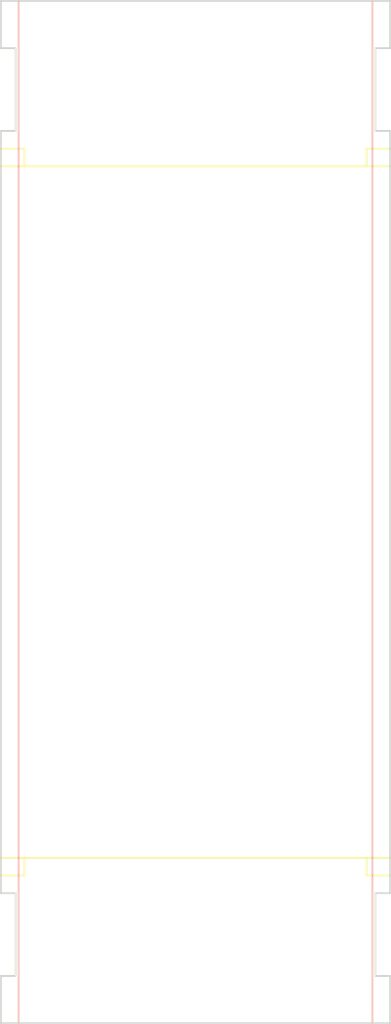
<source format=kicad_pcb>
(kicad_pcb (version 4) (host pcbnew "(2014-07-12 BZR 4289 GOST-COMMITTERS)-product")

  (general
    (links 0)
    (no_connects 0)
    (area 99.924999 49.924999 133.075001 136.575001)
    (thickness 1.6)
    (drawings 33)
    (tracks 0)
    (zones 0)
    (modules 0)
    (nets 1)
  )

  (page A4)
  (layers
    (0 F.Cu signal)
    (31 B.Cu signal)
    (36 B.SilkS user)
    (37 F.SilkS user)
    (38 B.Mask user)
    (39 F.Mask user)
    (40 Dwgs.User user)
    (44 Edge.Cuts user)
  )

  (setup
    (last_trace_width 0.2)
    (trace_clearance 0.2)
    (zone_clearance 0.3)
    (zone_45_only no)
    (trace_min 0.2)
    (segment_width 0.15)
    (edge_width 0.15)
    (via_size 0.9)
    (via_drill 0.4)
    (via_min_size 0.7)
    (via_min_drill 0.3)
    (uvia_size 0.7)
    (uvia_drill 0.3)
    (uvias_allowed no)
    (uvia_min_size 0.508)
    (uvia_min_drill 0.127)
    (pcb_text_width 0.3)
    (pcb_text_size 1.5 1.5)
    (mod_edge_width 0.15)
    (mod_text_size 1.5 1.5)
    (mod_text_width 0.15)
    (pad_size 3.3 3.3)
    (pad_drill 3.3)
    (pad_to_mask_clearance 0.2)
    (aux_axis_origin 133 136.5)
    (grid_origin 100 50)
    (visible_elements 7FFFFF7F)
    (pcbplotparams
      (layerselection 0x010f0_80000001)
      (usegerberextensions true)
      (gerberprecision 5)
      (excludeedgelayer true)
      (linewidth 0.150000)
      (plotframeref false)
      (viasonmask false)
      (mode 1)
      (useauxorigin false)
      (hpglpennumber 1)
      (hpglpenspeed 20)
      (hpglpendiameter 15)
      (hpglpenoverlay 2)
      (psnegative false)
      (psa4output false)
      (plotreference true)
      (plotvalue true)
      (plotinvisibletext false)
      (padsonsilk false)
      (subtractmaskfromsilk false)
      (outputformat 1)
      (mirror false)
      (drillshape 0)
      (scaleselection 1)
      (outputdirectory Gerber/))
  )

  (net 0 "")

  (net_class Default "Это класс цепей по умолчанию."
    (clearance 0.2)
    (trace_width 0.2)
    (via_dia 0.9)
    (via_drill 0.4)
    (uvia_dia 0.7)
    (uvia_drill 0.3)
  )

  (net_class wide ""
    (clearance 0.2)
    (trace_width 0.5)
    (via_dia 0.9)
    (via_drill 0.4)
    (uvia_dia 0.7)
    (uvia_drill 0.3)
  )

  (net_class "wide wide" ""
    (clearance 0.2)
    (trace_width 1)
    (via_dia 0.9)
    (via_drill 0.4)
    (uvia_dia 0.7)
    (uvia_drill 0.3)
  )

  (gr_line (start 102 62.5) (end 102 64) (angle 90) (layer F.SilkS) (width 0.15) (tstamp 5A366CA2))
  (gr_line (start 100 62.5) (end 102 62.5) (angle 90) (layer F.SilkS) (width 0.15) (tstamp 5A366CAA))
  (gr_line (start 131 62.5) (end 131 64) (angle 90) (layer F.SilkS) (width 0.15))
  (gr_line (start 133 62.5) (end 131 62.5) (angle 90) (layer F.SilkS) (width 0.15))
  (gr_line (start 131 124) (end 131 122.5) (angle 90) (layer F.SilkS) (width 0.15))
  (gr_line (start 133 124) (end 131 124) (angle 90) (layer F.SilkS) (width 0.15))
  (gr_line (start 102 124) (end 100 124) (angle 90) (layer F.SilkS) (width 0.15))
  (gr_line (start 102 122.5) (end 102 124) (angle 90) (layer F.SilkS) (width 0.15))
  (gr_line (start 101.5 50) (end 101.5 136.5) (angle 90) (layer B.SilkS) (width 0.15) (tstamp 5A366C9C))
  (gr_line (start 131.5 136.5) (end 131.5 50) (angle 90) (layer B.SilkS) (width 0.15))
  (gr_line (start 100 93.25) (end 133 93.25) (angle 90) (layer Dwgs.User) (width 0.15))
  (gr_line (start 133 122.5) (end 100 122.5) (angle 90) (layer F.SilkS) (width 0.15))
  (gr_line (start 133 64) (end 100 64) (angle 90) (layer F.SilkS) (width 0.15) (tstamp 5A366CAF))
  (gr_line (start 133 54) (end 131.75 54) (angle 90) (layer Edge.Cuts) (width 0.15) (tstamp 5A05C400))
  (gr_line (start 131.75 54) (end 131.75 61) (angle 90) (layer Edge.Cuts) (width 0.15) (tstamp 5A05C401))
  (gr_line (start 131.75 61) (end 133 61) (angle 90) (layer Edge.Cuts) (width 0.15) (tstamp 5A05C402))
  (gr_line (start 133 54) (end 133 50) (angle 90) (layer Edge.Cuts) (width 0.15) (tstamp 5A05C403))
  (gr_line (start 133 136.5) (end 133 132.5) (angle 90) (layer Edge.Cuts) (width 0.15) (tstamp 5A05C404))
  (gr_line (start 133 132.5) (end 131.75 132.5) (angle 90) (layer Edge.Cuts) (width 0.15) (tstamp 5A05C405))
  (gr_line (start 131.75 132.5) (end 131.75 125.5) (angle 90) (layer Edge.Cuts) (width 0.15) (tstamp 5A05C406))
  (gr_line (start 131.75 125.5) (end 133 125.5) (angle 90) (layer Edge.Cuts) (width 0.15) (tstamp 5A05C407))
  (gr_line (start 133 125.5) (end 133 61) (angle 90) (layer Edge.Cuts) (width 0.15) (tstamp 5A05C408))
  (gr_line (start 100 50) (end 133 50) (angle 90) (layer Edge.Cuts) (width 0.15) (tstamp 5A05C409))
  (gr_line (start 100 136.5) (end 133 136.5) (angle 90) (layer Edge.Cuts) (width 0.15) (tstamp 5A05C40A))
  (gr_line (start 100 61) (end 100 125.5) (angle 90) (layer Edge.Cuts) (width 0.15) (tstamp 5A05C40B))
  (gr_line (start 101.25 61) (end 100 61) (angle 90) (layer Edge.Cuts) (width 0.15) (tstamp 5A05C40C))
  (gr_line (start 101.25 54) (end 101.25 61) (angle 90) (layer Edge.Cuts) (width 0.15) (tstamp 5A05C40D))
  (gr_line (start 100 54) (end 101.25 54) (angle 90) (layer Edge.Cuts) (width 0.15) (tstamp 5A05C40E))
  (gr_line (start 100 50) (end 100 54) (angle 90) (layer Edge.Cuts) (width 0.15) (tstamp 5A05C40F))
  (gr_line (start 100 132.5) (end 100 136.5) (angle 90) (layer Edge.Cuts) (width 0.15) (tstamp 5A05C410))
  (gr_line (start 101.25 125.5) (end 100 125.5) (angle 90) (layer Edge.Cuts) (width 0.15) (tstamp 5A05C411))
  (gr_line (start 101.25 132.5) (end 101.25 125.5) (angle 90) (layer Edge.Cuts) (width 0.15) (tstamp 5A05C412))
  (gr_line (start 100 132.5) (end 101.25 132.5) (angle 90) (layer Edge.Cuts) (width 0.15) (tstamp 5A05C413))

)

</source>
